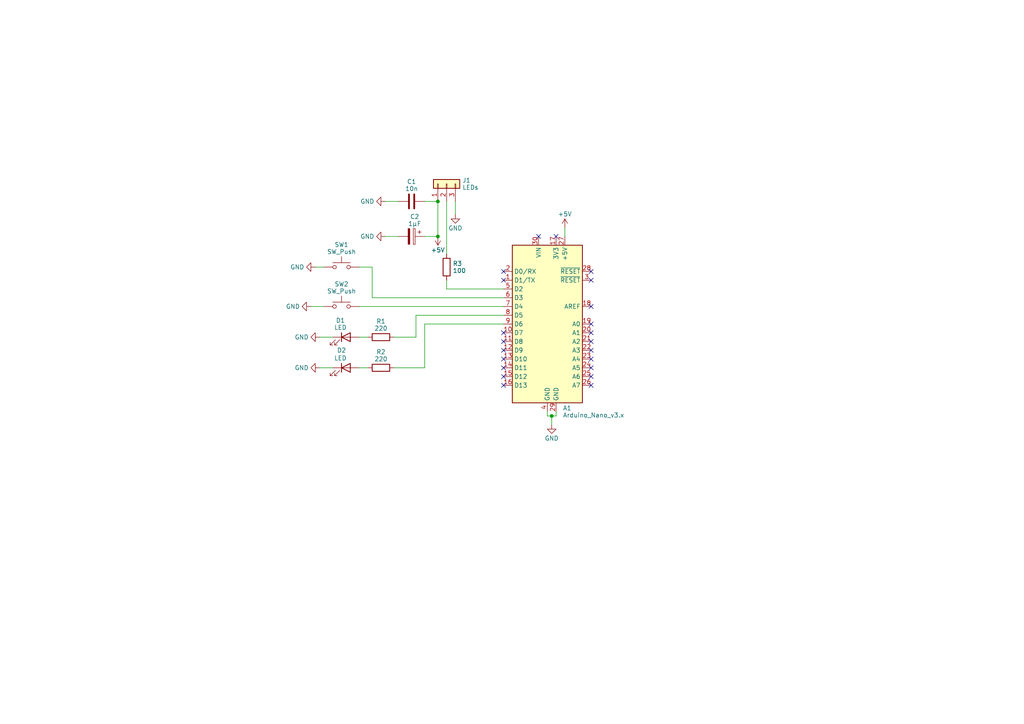
<source format=kicad_sch>
(kicad_sch (version 20230121) (generator eeschema)
  (paper "A4")
  (title_block (title "Carte Stripleds Nano") (date "2025-12-13") (rev "Rev A") (company "BPC") (comment 1 "2 SW - 2 LEDs - 1 Bandeau RGB - Alim USB"))
  (lib_symbols
    (symbol "Connector_Generic:Conn_01x03" (pin_names (offset 1.016) hide)
      (property "Reference" "J" (at 0 5.08 0))
      (property "Value" "Conn_01x03" (at 0 -5.08 0))
      (symbol "Conn_01x03_1_1"
        (rectangle (start -1.27 -2.413) (end 0 -2.667) (stroke (width 0.1524)))
        (rectangle (start -1.27 0.127) (end 0 -0.127) (stroke (width 0.1524)))
        (rectangle (start -1.27 2.667) (end 0 2.413) (stroke (width 0.1524)))
        (rectangle (start -1.27 3.81) (end 1.27 -3.81) (stroke (width 0.254)) (fill (type background)))
        (pin passive line (at -5.08 2.54 0) (length 3.81) (name "Pin_1") (number "1"))
        (pin passive line (at -5.08 0 0) (length 3.81) (name "Pin_2") (number "2"))
        (pin passive line (at -5.08 -2.54 0) (length 3.81) (name "Pin_3") (number "3"))
      )
    )
    (symbol "Device:C" (pin_numbers hide) (pin_names (offset 0.254))
      (property "Reference" "C" (at 0.635 2.54 0))
      (property "Value" "C" (at 0.635 -2.54 0))
      (symbol "C_0_1"
        (polyline (pts (xy -2.032 -0.762) (xy 2.032 -0.762)) (stroke (width 0.508)))
        (polyline (pts (xy -2.032 0.762) (xy 2.032 0.762)) (stroke (width 0.508)))
      )
      (symbol "C_1_1"
        (pin passive line (at 0 3.81 270) (length 2.794) (name "~") (number "1"))
        (pin passive line (at 0 -3.81 90) (length 2.794) (name "~") (number "2"))
      )
    )
    (symbol "Device:C_Polarized" (pin_numbers hide) (pin_names (offset 0.254))
      (property "Reference" "C" (at 0.635 2.54 0))
      (property "Value" "C_Polarized" (at 0.635 -2.54 0))
      (symbol "C_Polarized_0_1"
        (rectangle (start -2.286 0.508) (end 2.286 1.016))
        (polyline (pts (xy -1.778 2.286) (xy -0.762 2.286)))
        (polyline (pts (xy -1.27 2.794) (xy -1.27 1.778)))
        (rectangle (start 2.286 -0.508) (end -2.286 -1.016) (fill (type outline)))
      )
      (symbol "C_Polarized_1_1"
        (pin passive line (at 0 3.81 270) (length 2.794) (name "~") (number "1"))
        (pin passive line (at 0 -3.81 90) (length 2.794) (name "~") (number "2"))
      )
    )
    (symbol "Device:LED" (pin_numbers hide) (pin_names (offset 1.016) hide)
      (property "Reference" "D" (at 0 2.54 0))
      (property "Value" "LED" (at 0 -2.54 0))
      (symbol "LED_0_1"
        (polyline (pts (xy -1.27 -1.27) (xy -1.27 1.27)) (stroke (width 0.254)))
        (polyline (pts (xy -1.27 0) (xy 1.27 0)))
        (polyline (pts (xy 1.27 -1.27) (xy 1.27 1.27) (xy -1.27 0) (xy 1.27 -1.27)) (stroke (width 0.254)))
        (polyline (pts (xy -3.048 -0.762) (xy -4.572 -2.286) (xy -3.81 -2.286) (xy -4.572 -2.286) (xy -4.572 -1.524)))
        (polyline (pts (xy -1.778 -0.762) (xy -3.302 -2.286) (xy -2.54 -2.286) (xy -3.302 -2.286) (xy -3.302 -1.524)))
      )
      (symbol "LED_1_1"
        (pin passive line (at -3.81 0 0) (length 2.54) (name "K") (number "1"))
        (pin passive line (at 3.81 0 180) (length 2.54) (name "A") (number "2"))
      )
    )
    (symbol "Device:R" (pin_numbers hide) (pin_names (offset 0))
      (property "Reference" "R" (at 2.032 0 90))
      (property "Value" "R" (at 0 0 90))
      (symbol "R_0_1"
        (rectangle (start -1.016 -2.54) (end 1.016 2.54) (stroke (width 0.254)))
      )
      (symbol "R_1_1"
        (pin passive line (at 0 3.81 270) (length 1.27) (name "~") (number "1"))
        (pin passive line (at 0 -3.81 90) (length 1.27) (name "~") (number "2"))
      )
    )
    (symbol "Switch:SW_Push" (pin_numbers hide) (pin_names (offset 1.016) hide)
      (property "Reference" "SW" (at 1.27 2.54 0))
      (property "Value" "SW_Push" (at 0 -1.524 0))
      (symbol "SW_Push_0_1"
        (circle (center -2.032 0) (radius 0.508))
        (polyline (pts (xy 0 1.27) (xy 0 3.048)))
        (polyline (pts (xy 2.54 1.27) (xy -2.54 1.27)))
        (circle (center 2.032 0) (radius 0.508))
        (pin passive line (at -5.08 0 0) (length 2.54) (name "1") (number "1"))
        (pin passive line (at 5.08 0 180) (length 2.54) (name "2") (number "2"))
      )
    )
    (symbol "bpc:Arduino_Nano_v3.x"
      (property "Reference" "A" (at -10.16 23.495 0))
      (property "Value" "Arduino_Nano_v3.x" (at 5.08 -24.13 0))
      (symbol "Arduino_Nano_v3.x_0_1"
        (rectangle (start -10.16 22.86) (end 10.16 -22.86) (stroke (width 0.254)) (fill (type background)))
      )
      (symbol "Arduino_Nano_v3.x_1_1"
        (pin bidirectional line (at -12.7 12.7 0) (length 2.54) (name "D1/TX") (number "1"))
        (pin bidirectional line (at -12.7 -2.54 0) (length 2.54) (name "D7") (number "10"))
        (pin bidirectional line (at -12.7 -5.08 0) (length 2.54) (name "D8") (number "11"))
        (pin bidirectional line (at -12.7 -7.62 0) (length 2.54) (name "D9") (number "12"))
        (pin bidirectional line (at -12.7 -10.16 0) (length 2.54) (name "D10") (number "13"))
        (pin bidirectional line (at -12.7 -12.7 0) (length 2.54) (name "D11") (number "14"))
        (pin bidirectional line (at -12.7 -15.24 0) (length 2.54) (name "D12") (number "15"))
        (pin bidirectional line (at -12.7 -17.78 0) (length 2.54) (name "D13") (number "16"))
        (pin power_out line (at 2.54 25.4 270) (length 2.54) (name "3V3") (number "17"))
        (pin input line (at 12.7 5.08 180) (length 2.54) (name "AREF") (number "18"))
        (pin bidirectional line (at 12.7 0 180) (length 2.54) (name "A0") (number "19"))
        (pin bidirectional line (at -12.7 15.24 0) (length 2.54) (name "D0/RX") (number "2"))
        (pin bidirectional line (at 12.7 -2.54 180) (length 2.54) (name "A1") (number "20"))
        (pin bidirectional line (at 12.7 -5.08 180) (length 2.54) (name "A2") (number "21"))
        (pin bidirectional line (at 12.7 -7.62 180) (length 2.54) (name "A3") (number "22"))
        (pin bidirectional line (at 12.7 -10.16 180) (length 2.54) (name "A4") (number "23"))
        (pin bidirectional line (at 12.7 -12.7 180) (length 2.54) (name "A5") (number "24"))
        (pin bidirectional line (at 12.7 -15.24 180) (length 2.54) (name "A6") (number "25"))
        (pin bidirectional line (at 12.7 -17.78 180) (length 2.54) (name "A7") (number "26"))
        (pin power_out line (at 5.08 25.4 270) (length 2.54) (name "+5V") (number "27"))
        (pin input line (at 12.7 15.24 180) (length 2.54) (name "~{RESET}") (number "28"))
        (pin power_in line (at 2.54 -25.4 90) (length 2.54) (name "GND") (number "29"))
        (pin input line (at 12.7 12.7 180) (length 2.54) (name "~{RESET}") (number "3"))
        (pin power_in line (at -2.54 25.4 270) (length 2.54) (name "VIN") (number "30"))
        (pin power_in line (at 0 -25.4 90) (length 2.54) (name "GND") (number "4"))
        (pin bidirectional line (at -12.7 10.16 0) (length 2.54) (name "D2") (number "5"))
        (pin bidirectional line (at -12.7 7.62 0) (length 2.54) (name "D3") (number "6"))
        (pin bidirectional line (at -12.7 5.08 0) (length 2.54) (name "D4") (number "7"))
        (pin bidirectional line (at -12.7 2.54 0) (length 2.54) (name "D5") (number "8"))
        (pin bidirectional line (at -12.7 0 0) (length 2.54) (name "D6") (number "9"))
      )
    )
    (symbol "power:+5V" (power) (pin_names (offset 0))
      (property "Value" "+5V" (at 0 3.556 0))
      (symbol "+5V_0_1"
        (polyline (pts (xy -0.762 1.27) (xy 0 2.54)))
        (polyline (pts (xy 0 0) (xy 0 2.54)))
        (polyline (pts (xy 0 2.54) (xy 0.762 1.27)))
      )
      (symbol "+5V_1_1"
        (pin power_in line (at 0 0 90) (length 0) hide (name "+5V") (number "1"))
      )
    )
    (symbol "power:GND" (power) (pin_names (offset 0))
      (property "Value" "GND" (at 0 -3.81 0))
      (symbol "GND_0_1"
        (polyline (pts (xy 0 0) (xy 0 -1.27) (xy 1.27 -1.27) (xy 0 -2.54) (xy -1.27 -1.27) (xy 0 -1.27)))
      )
      (symbol "GND_1_1"
        (pin power_in line (at 0 0 270) (length 0) hide (name "GND") (number "1"))
      )
    )
  )
  (junction (at 127 68.58))
  (junction (at 160.02 120.65))
  (junction (at 127 58.42))
  (no_connect (at 171.45 93.98))
  (no_connect (at 171.45 109.22))
  (no_connect (at 161.29 68.58))
  (no_connect (at 171.45 88.9))
  (no_connect (at 171.45 78.74))
  (no_connect (at 171.45 111.76))
  (no_connect (at 156.21 68.58))
  (no_connect (at 171.45 104.14))
  (no_connect (at 146.05 96.52))
  (no_connect (at 146.05 109.22))
  (no_connect (at 146.05 99.06))
  (no_connect (at 171.45 96.52))
  (no_connect (at 146.05 104.14))
  (no_connect (at 146.05 111.76))
  (no_connect (at 146.05 106.68))
  (no_connect (at 171.45 106.68))
  (no_connect (at 171.45 81.28))
  (no_connect (at 146.05 81.28))
  (no_connect (at 171.45 101.6))
  (no_connect (at 146.05 78.74))
  (no_connect (at 146.05 101.6))
  (no_connect (at 171.45 99.06))
  (wire (pts (xy 111.76 58.42) (xy 115.57 58.42)))
  (wire (pts (xy 160.02 120.65) (xy 160.02 123.19)))
  (wire (pts (xy 92.71 97.79) (xy 96.52 97.79)))
  (wire (pts (xy 158.75 119.38) (xy 158.75 120.65)))
  (wire (pts (xy 91.44 77.47) (xy 93.98 77.47)))
  (wire (pts (xy 120.65 91.44) (xy 120.65 97.79)))
  (wire (pts (xy 104.14 88.9) (xy 146.05 88.9)))
  (wire (pts (xy 146.05 91.44) (xy 120.65 91.44)))
  (wire (pts (xy 111.76 68.58) (xy 115.57 68.58)))
  (wire (pts (xy 123.19 58.42) (xy 127 58.42)))
  (wire (pts (xy 158.75 120.65) (xy 160.02 120.65)))
  (wire (pts (xy 127 58.42) (xy 127 68.58)))
  (wire (pts (xy 92.71 106.68) (xy 96.52 106.68)))
  (wire (pts (xy 107.95 86.36) (xy 146.05 86.36)))
  (wire (pts (xy 160.02 120.65) (xy 161.29 120.65)))
  (wire (pts (xy 123.19 106.68) (xy 114.3 106.68)))
  (wire (pts (xy 104.14 106.68) (xy 106.68 106.68)))
  (wire (pts (xy 104.14 97.79) (xy 106.68 97.79)))
  (wire (pts (xy 104.14 77.47) (xy 107.95 77.47)))
  (wire (pts (xy 146.05 93.98) (xy 123.19 93.98)))
  (wire (pts (xy 123.19 68.58) (xy 127 68.58)))
  (wire (pts (xy 161.29 119.38) (xy 161.29 120.65)))
  (wire (pts (xy 129.54 58.42) (xy 129.54 73.66)))
  (wire (pts (xy 129.54 81.28) (xy 129.54 83.82)))
  (wire (pts (xy 120.65 97.79) (xy 114.3 97.79)))
  (wire (pts (xy 163.83 66.04) (xy 163.83 68.58)))
  (wire (pts (xy 107.95 77.47) (xy 107.95 86.36)))
  (wire (pts (xy 123.19 93.98) (xy 123.19 106.68)))
  (wire (pts (xy 90.17 88.9) (xy 93.98 88.9)))
  (wire (pts (xy 132.08 58.42) (xy 132.08 62.23)))
  (wire (pts (xy 146.05 83.82) (xy 129.54 83.82)))
  (symbol (lib_id "Switch:SW_Push") (at 99.06 77.47 0) (unit 1)
    (property "Reference" "SW1" (at 99.06 70.969 0))
    (property "Value" "SW_Push" (at 99.06 73.017 0))
    (property "Footprint" "Button_Switch_THT:SW_PUSH_6mm" (effects hide))
  )
  (symbol (lib_id "power:GND") (at 92.71 97.79 270) (unit 1)
    (property "Reference" "#PWR03" (effects hide))
    (property "Value" "GND" (at 89.5351 97.79 90) (effects (justify right)))
  )
  (symbol (lib_id "Device:LED") (at 100.33 97.79 0) (unit 1)
    (property "Reference" "D1" (at 98.7425 92.94 0))
    (property "Value" "LED" (at 98.7425 94.988 0))
    (property "Footprint" "LED_THT:LED_D3.0mm_FlatTop" (effects hide))
  )
  (symbol (lib_id "Device:R") (at 110.49 106.68 90) (unit 1)
    (property "Reference" "R2" (at 110.49 102.084 90))
    (property "Value" "220" (at 110.49 104.132 90))
    (property "Footprint" "Resistor_SMD:R_0805_2012Metric_Pad1.20x1.40mm_HandSolder" (effects hide))
  )
  (symbol (lib_id "bpc:Arduino_Nano_v3.x") (at 158.75 93.98 0) (unit 1)
    (property "Reference" "A1" (at 163.2459 118.372 0) (effects (justify left)))
    (property "Value" "Arduino_Nano_v3.x" (at 163.2459 120.42 0) (effects (justify left)))
    (property "Footprint" "bpc:BPC_Arduino_Nano" (effects hide))
    (property "Datasheet" "http://www.mouser.com/pdfdocs/Gravitech_Arduino_Nano3_0.pdf" (effects hide))
  )
  (symbol (lib_id "Switch:SW_Push") (at 99.06 88.9 0) (unit 1)
    (property "Reference" "SW2" (at 99.06 82.399 0))
    (property "Value" "SW_Push" (at 99.06 84.447 0))
    (property "Footprint" "Button_Switch_THT:SW_PUSH_6mm" (effects hide))
  )
  (symbol (lib_id "Connector_Generic:Conn_01x03") (at 129.54 53.34 90) (unit 1)
    (property "Reference" "J1" (at 134.112 52.316 90) (effects (justify right)))
    (property "Value" "LEDs" (at 134.112 54.364 90) (effects (justify right)))
    (property "Footprint" "Connector_PinHeader_2.54mm:PinHeader_1x03_P2.54mm_Vertical" (effects hide))
  )
  (symbol (lib_id "power:GND") (at 111.76 68.58 270) (unit 1)
    (property "Reference" "#PWR010" (effects hide))
    (property "Value" "GND" (at 108.5851 68.58 90) (effects (justify right)))
  )
  (symbol (lib_id "power:GND") (at 91.44 77.47 270) (unit 1)
    (property "Reference" "#PWR01" (effects hide))
    (property "Value" "GND" (at 88.2651 77.47 90) (effects (justify right)))
  )
  (symbol (lib_id "power:+5V") (at 163.83 66.04 0) (unit 1)
    (property "Reference" "#PWR08" (effects hide))
    (property "Value" "+5V" (at 163.83 62.095 0))
  )
  (symbol (lib_id "power:GND") (at 90.17 88.9 270) (unit 1)
    (property "Reference" "#PWR02" (effects hide))
    (property "Value" "GND" (at 86.9951 88.9 90) (effects (justify right)))
  )
  (symbol (lib_id "Device:LED") (at 100.33 106.68 0) (unit 1)
    (property "Reference" "D2" (at 99.06 101.6 0))
    (property "Value" "LED" (at 98.7425 103.878 0))
    (property "Footprint" "LED_THT:LED_D3.0mm_FlatTop" (effects hide))
  )
  (symbol (lib_id "power:GND") (at 132.08 62.23 0) (unit 1)
    (property "Reference" "#PWR06" (effects hide))
    (property "Value" "GND" (at 132.08 66.175 0))
  )
  (symbol (lib_id "Device:C_Polarized") (at 119.38 68.58 270) (unit 1)
    (property "Reference" "C2" (at 120.269 62.841 90))
    (property "Value" "1µF" (at 120.269 64.889 90))
    (property "Footprint" "Capacitor_SMD:C_0805_2012Metric_Pad1.18x1.45mm_HandSolder" (effects hide))
  )
  (symbol (lib_id "power:+5V") (at 127 68.58 180) (unit 1)
    (property "Reference" "#PWR07" (effects hide))
    (property "Value" "+5V" (at 127 72.525 0))
  )
  (symbol (lib_id "Device:C") (at 119.38 58.42 90) (unit 1)
    (property "Reference" "C1" (at 119.38 52.681 90))
    (property "Value" "10n" (at 119.38 54.729 90))
    (property "Footprint" "Capacitor_SMD:C_0805_2012Metric_Pad1.18x1.45mm_HandSolder" (effects hide))
  )
  (symbol (lib_id "Device:R") (at 129.54 77.47 180) (unit 1)
    (property "Reference" "R3" (at 131.318 76.446 0) (effects (justify right)))
    (property "Value" "100" (at 131.318 78.494 0) (effects (justify right)))
    (property "Footprint" "Resistor_SMD:R_0805_2012Metric_Pad1.20x1.40mm_HandSolder" (effects hide))
  )
  (symbol (lib_id "power:GND") (at 160.02 123.19 0) (unit 1)
    (property "Reference" "#PWR05" (effects hide))
    (property "Value" "GND" (at 160.02 127.135 0))
  )
  (symbol (lib_id "power:GND") (at 111.76 58.42 270) (unit 1)
    (property "Reference" "#PWR09" (effects hide))
    (property "Value" "GND" (at 108.5851 58.42 90) (effects (justify right)))
  )
  (symbol (lib_id "power:GND") (at 92.71 106.68 270) (unit 1)
    (property "Reference" "#PWR04" (effects hide))
    (property "Value" "GND" (at 89.5351 106.68 90) (effects (justify right)))
  )
  (symbol (lib_id "Device:R") (at 110.49 97.79 90) (unit 1)
    (property "Reference" "R1" (at 110.49 93.194 90))
    (property "Value" "220" (at 110.49 95.242 90))
    (property "Footprint" "Resistor_SMD:R_0805_2012Metric_Pad1.20x1.40mm_HandSolder" (effects hide))
  )
)
</source>
